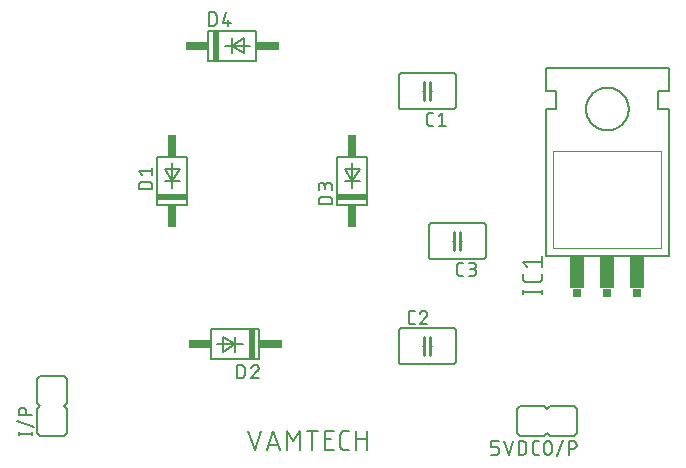
<source format=gbr>
G04 EAGLE Gerber RS-274X export*
G75*
%MOMM*%
%FSLAX34Y34*%
%LPD*%
%INSilkscreen Top*%
%IPPOS*%
%AMOC8*
5,1,8,0,0,1.08239X$1,22.5*%
G01*
%ADD10C,0.152400*%
%ADD11C,0.127000*%
%ADD12C,0.254000*%
%ADD13R,2.540000X0.508000*%
%ADD14R,0.762000X1.905000*%
%ADD15R,0.508000X2.540000*%
%ADD16R,1.905000X0.762000*%
%ADD17C,0.050800*%
%ADD18R,0.762000X0.635000*%
%ADD19R,1.270000X2.794000*%
%ADD20C,0.177800*%


D10*
X254762Y17018D02*
X260181Y762D01*
X265599Y17018D01*
X275812Y17018D02*
X270393Y762D01*
X281231Y762D02*
X275812Y17018D01*
X279876Y4826D02*
X271748Y4826D01*
X287588Y762D02*
X287588Y17018D01*
X293006Y7987D01*
X298425Y17018D01*
X298425Y762D01*
X309159Y762D02*
X309159Y17018D01*
X313674Y17018D02*
X304643Y17018D01*
X319783Y762D02*
X327008Y762D01*
X319783Y762D02*
X319783Y17018D01*
X327008Y17018D01*
X325202Y9793D02*
X319783Y9793D01*
X336352Y762D02*
X339965Y762D01*
X336352Y762D02*
X336234Y764D01*
X336116Y770D01*
X335998Y779D01*
X335881Y793D01*
X335764Y810D01*
X335647Y831D01*
X335532Y856D01*
X335417Y885D01*
X335303Y918D01*
X335191Y954D01*
X335080Y994D01*
X334970Y1037D01*
X334861Y1084D01*
X334754Y1134D01*
X334649Y1189D01*
X334546Y1246D01*
X334445Y1307D01*
X334345Y1371D01*
X334248Y1438D01*
X334153Y1508D01*
X334061Y1582D01*
X333970Y1658D01*
X333883Y1738D01*
X333798Y1820D01*
X333716Y1905D01*
X333636Y1992D01*
X333560Y2083D01*
X333486Y2175D01*
X333416Y2270D01*
X333349Y2367D01*
X333285Y2467D01*
X333224Y2568D01*
X333167Y2671D01*
X333112Y2776D01*
X333062Y2883D01*
X333015Y2992D01*
X332972Y3102D01*
X332932Y3213D01*
X332896Y3325D01*
X332863Y3439D01*
X332834Y3554D01*
X332809Y3669D01*
X332788Y3786D01*
X332771Y3903D01*
X332757Y4020D01*
X332748Y4138D01*
X332742Y4256D01*
X332740Y4374D01*
X332740Y13406D01*
X332742Y13524D01*
X332748Y13642D01*
X332757Y13760D01*
X332771Y13877D01*
X332788Y13994D01*
X332809Y14111D01*
X332834Y14226D01*
X332863Y14341D01*
X332896Y14455D01*
X332932Y14567D01*
X332972Y14678D01*
X333015Y14788D01*
X333062Y14897D01*
X333112Y15004D01*
X333166Y15109D01*
X333224Y15212D01*
X333285Y15313D01*
X333349Y15413D01*
X333416Y15510D01*
X333486Y15605D01*
X333560Y15697D01*
X333636Y15788D01*
X333716Y15875D01*
X333798Y15960D01*
X333883Y16042D01*
X333970Y16122D01*
X334061Y16198D01*
X334153Y16272D01*
X334248Y16342D01*
X334345Y16409D01*
X334445Y16473D01*
X334546Y16534D01*
X334649Y16591D01*
X334754Y16645D01*
X334861Y16696D01*
X334970Y16743D01*
X335080Y16786D01*
X335191Y16826D01*
X335303Y16862D01*
X335417Y16895D01*
X335532Y16924D01*
X335647Y16949D01*
X335764Y16970D01*
X335881Y16987D01*
X335998Y17001D01*
X336116Y17010D01*
X336234Y17016D01*
X336352Y17018D01*
X339965Y17018D01*
X346326Y17018D02*
X346326Y762D01*
X346326Y9793D02*
X355357Y9793D01*
X355357Y17018D02*
X355357Y762D01*
X505460Y12700D02*
X508000Y15240D01*
X510540Y12700D01*
X508000Y35560D02*
X505460Y38100D01*
X508000Y35560D02*
X510540Y38100D01*
X530860Y38100D01*
X533400Y35560D01*
X485140Y38100D02*
X482600Y35560D01*
X485140Y38100D02*
X505460Y38100D01*
X482600Y35560D02*
X482600Y15240D01*
X485140Y12700D01*
X505460Y12700D01*
X510540Y12700D02*
X530860Y12700D01*
X533400Y15240D01*
X533400Y35560D01*
D11*
X464503Y-3175D02*
X460693Y-3175D01*
X464503Y-3175D02*
X464603Y-3173D01*
X464702Y-3167D01*
X464802Y-3157D01*
X464900Y-3144D01*
X464999Y-3126D01*
X465096Y-3105D01*
X465192Y-3080D01*
X465288Y-3051D01*
X465382Y-3018D01*
X465475Y-2982D01*
X465566Y-2942D01*
X465656Y-2898D01*
X465744Y-2851D01*
X465830Y-2801D01*
X465914Y-2747D01*
X465996Y-2690D01*
X466075Y-2630D01*
X466153Y-2566D01*
X466227Y-2500D01*
X466299Y-2431D01*
X466368Y-2359D01*
X466434Y-2285D01*
X466498Y-2207D01*
X466558Y-2128D01*
X466615Y-2046D01*
X466669Y-1962D01*
X466719Y-1876D01*
X466766Y-1788D01*
X466810Y-1698D01*
X466850Y-1607D01*
X466886Y-1514D01*
X466919Y-1420D01*
X466948Y-1324D01*
X466973Y-1228D01*
X466994Y-1131D01*
X467012Y-1032D01*
X467025Y-934D01*
X467035Y-834D01*
X467041Y-735D01*
X467043Y-635D01*
X467043Y635D01*
X467041Y735D01*
X467035Y834D01*
X467025Y934D01*
X467012Y1032D01*
X466994Y1131D01*
X466973Y1228D01*
X466948Y1324D01*
X466919Y1420D01*
X466886Y1514D01*
X466850Y1607D01*
X466810Y1698D01*
X466766Y1788D01*
X466719Y1876D01*
X466669Y1962D01*
X466615Y2046D01*
X466558Y2128D01*
X466498Y2207D01*
X466434Y2285D01*
X466368Y2359D01*
X466299Y2431D01*
X466227Y2500D01*
X466153Y2566D01*
X466075Y2630D01*
X465996Y2690D01*
X465914Y2747D01*
X465830Y2801D01*
X465744Y2851D01*
X465656Y2898D01*
X465566Y2942D01*
X465475Y2982D01*
X465382Y3018D01*
X465288Y3051D01*
X465192Y3080D01*
X465096Y3105D01*
X464999Y3126D01*
X464900Y3144D01*
X464802Y3157D01*
X464702Y3167D01*
X464603Y3173D01*
X464503Y3175D01*
X460693Y3175D01*
X460693Y8255D01*
X467043Y8255D01*
X471488Y8255D02*
X475298Y-3175D01*
X479108Y8255D01*
X483934Y8255D02*
X483934Y-3175D01*
X483934Y8255D02*
X487109Y8255D01*
X487220Y8253D01*
X487330Y8247D01*
X487441Y8238D01*
X487551Y8224D01*
X487660Y8207D01*
X487769Y8186D01*
X487877Y8161D01*
X487984Y8132D01*
X488090Y8100D01*
X488195Y8064D01*
X488298Y8024D01*
X488400Y7981D01*
X488501Y7934D01*
X488600Y7883D01*
X488697Y7830D01*
X488791Y7773D01*
X488884Y7712D01*
X488975Y7649D01*
X489064Y7582D01*
X489150Y7512D01*
X489233Y7439D01*
X489315Y7364D01*
X489393Y7286D01*
X489468Y7204D01*
X489541Y7121D01*
X489611Y7035D01*
X489678Y6946D01*
X489741Y6855D01*
X489802Y6762D01*
X489859Y6668D01*
X489912Y6571D01*
X489963Y6472D01*
X490010Y6371D01*
X490053Y6269D01*
X490093Y6166D01*
X490129Y6061D01*
X490161Y5955D01*
X490190Y5848D01*
X490215Y5740D01*
X490236Y5631D01*
X490253Y5522D01*
X490267Y5412D01*
X490276Y5301D01*
X490282Y5191D01*
X490284Y5080D01*
X490284Y0D01*
X490282Y-111D01*
X490276Y-221D01*
X490267Y-332D01*
X490253Y-442D01*
X490236Y-551D01*
X490215Y-660D01*
X490190Y-768D01*
X490161Y-875D01*
X490129Y-981D01*
X490093Y-1086D01*
X490053Y-1189D01*
X490010Y-1291D01*
X489963Y-1392D01*
X489912Y-1491D01*
X489859Y-1588D01*
X489802Y-1682D01*
X489741Y-1775D01*
X489678Y-1866D01*
X489611Y-1955D01*
X489541Y-2041D01*
X489468Y-2124D01*
X489393Y-2206D01*
X489315Y-2284D01*
X489233Y-2359D01*
X489150Y-2432D01*
X489064Y-2502D01*
X488975Y-2569D01*
X488884Y-2632D01*
X488791Y-2693D01*
X488697Y-2750D01*
X488600Y-2803D01*
X488501Y-2854D01*
X488400Y-2901D01*
X488298Y-2944D01*
X488195Y-2984D01*
X488090Y-3020D01*
X487984Y-3052D01*
X487877Y-3081D01*
X487769Y-3106D01*
X487660Y-3127D01*
X487551Y-3144D01*
X487441Y-3158D01*
X487330Y-3167D01*
X487220Y-3173D01*
X487109Y-3175D01*
X483934Y-3175D01*
X498247Y-3175D02*
X500787Y-3175D01*
X498247Y-3175D02*
X498147Y-3173D01*
X498048Y-3167D01*
X497948Y-3157D01*
X497850Y-3144D01*
X497751Y-3126D01*
X497654Y-3105D01*
X497558Y-3080D01*
X497462Y-3051D01*
X497368Y-3018D01*
X497275Y-2982D01*
X497184Y-2942D01*
X497094Y-2898D01*
X497006Y-2851D01*
X496920Y-2801D01*
X496836Y-2747D01*
X496754Y-2690D01*
X496675Y-2630D01*
X496597Y-2566D01*
X496523Y-2500D01*
X496451Y-2431D01*
X496382Y-2359D01*
X496316Y-2285D01*
X496252Y-2207D01*
X496192Y-2128D01*
X496135Y-2046D01*
X496081Y-1962D01*
X496031Y-1876D01*
X495984Y-1788D01*
X495940Y-1698D01*
X495900Y-1607D01*
X495864Y-1514D01*
X495831Y-1420D01*
X495802Y-1324D01*
X495777Y-1228D01*
X495756Y-1131D01*
X495738Y-1032D01*
X495725Y-934D01*
X495715Y-834D01*
X495709Y-735D01*
X495707Y-635D01*
X495707Y5715D01*
X495709Y5815D01*
X495715Y5914D01*
X495725Y6014D01*
X495738Y6112D01*
X495756Y6211D01*
X495777Y6308D01*
X495802Y6404D01*
X495831Y6500D01*
X495864Y6594D01*
X495900Y6687D01*
X495940Y6778D01*
X495984Y6868D01*
X496031Y6956D01*
X496081Y7042D01*
X496135Y7126D01*
X496192Y7208D01*
X496252Y7287D01*
X496316Y7365D01*
X496382Y7439D01*
X496451Y7511D01*
X496523Y7580D01*
X496597Y7646D01*
X496675Y7710D01*
X496754Y7770D01*
X496836Y7827D01*
X496920Y7881D01*
X497006Y7931D01*
X497094Y7978D01*
X497184Y8022D01*
X497275Y8062D01*
X497368Y8098D01*
X497462Y8131D01*
X497558Y8160D01*
X497654Y8185D01*
X497751Y8206D01*
X497850Y8224D01*
X497948Y8237D01*
X498048Y8247D01*
X498147Y8253D01*
X498247Y8255D01*
X500787Y8255D01*
X505270Y5080D02*
X505270Y0D01*
X505270Y5080D02*
X505272Y5191D01*
X505278Y5301D01*
X505287Y5412D01*
X505301Y5522D01*
X505318Y5631D01*
X505339Y5740D01*
X505364Y5848D01*
X505393Y5955D01*
X505425Y6061D01*
X505461Y6166D01*
X505501Y6269D01*
X505544Y6371D01*
X505591Y6472D01*
X505642Y6571D01*
X505695Y6667D01*
X505752Y6762D01*
X505813Y6855D01*
X505876Y6946D01*
X505943Y7035D01*
X506013Y7121D01*
X506086Y7204D01*
X506161Y7286D01*
X506239Y7364D01*
X506321Y7439D01*
X506404Y7512D01*
X506490Y7582D01*
X506579Y7649D01*
X506670Y7712D01*
X506763Y7773D01*
X506858Y7830D01*
X506954Y7883D01*
X507053Y7934D01*
X507154Y7981D01*
X507256Y8024D01*
X507359Y8064D01*
X507464Y8100D01*
X507570Y8132D01*
X507677Y8161D01*
X507785Y8186D01*
X507894Y8207D01*
X508003Y8224D01*
X508113Y8238D01*
X508224Y8247D01*
X508334Y8253D01*
X508445Y8255D01*
X508556Y8253D01*
X508666Y8247D01*
X508777Y8238D01*
X508887Y8224D01*
X508996Y8207D01*
X509105Y8186D01*
X509213Y8161D01*
X509320Y8132D01*
X509426Y8100D01*
X509531Y8064D01*
X509634Y8024D01*
X509736Y7981D01*
X509837Y7934D01*
X509936Y7883D01*
X510033Y7830D01*
X510127Y7773D01*
X510220Y7712D01*
X510311Y7649D01*
X510400Y7582D01*
X510486Y7512D01*
X510569Y7439D01*
X510651Y7364D01*
X510729Y7286D01*
X510804Y7204D01*
X510877Y7121D01*
X510947Y7035D01*
X511014Y6946D01*
X511077Y6855D01*
X511138Y6762D01*
X511195Y6668D01*
X511248Y6571D01*
X511299Y6472D01*
X511346Y6371D01*
X511389Y6269D01*
X511429Y6166D01*
X511465Y6061D01*
X511497Y5955D01*
X511526Y5848D01*
X511551Y5740D01*
X511572Y5631D01*
X511589Y5522D01*
X511603Y5412D01*
X511612Y5301D01*
X511618Y5191D01*
X511620Y5080D01*
X511620Y0D01*
X511618Y-111D01*
X511612Y-221D01*
X511603Y-332D01*
X511589Y-442D01*
X511572Y-551D01*
X511551Y-660D01*
X511526Y-768D01*
X511497Y-875D01*
X511465Y-981D01*
X511429Y-1086D01*
X511389Y-1189D01*
X511346Y-1291D01*
X511299Y-1392D01*
X511248Y-1491D01*
X511195Y-1588D01*
X511138Y-1682D01*
X511077Y-1775D01*
X511014Y-1866D01*
X510947Y-1955D01*
X510877Y-2041D01*
X510804Y-2124D01*
X510729Y-2206D01*
X510651Y-2284D01*
X510569Y-2359D01*
X510486Y-2432D01*
X510400Y-2502D01*
X510311Y-2569D01*
X510220Y-2632D01*
X510127Y-2693D01*
X510032Y-2750D01*
X509936Y-2803D01*
X509837Y-2854D01*
X509736Y-2901D01*
X509634Y-2944D01*
X509531Y-2984D01*
X509426Y-3020D01*
X509320Y-3052D01*
X509213Y-3081D01*
X509105Y-3106D01*
X508996Y-3127D01*
X508887Y-3144D01*
X508777Y-3158D01*
X508666Y-3167D01*
X508556Y-3173D01*
X508445Y-3175D01*
X508334Y-3173D01*
X508224Y-3167D01*
X508113Y-3158D01*
X508003Y-3144D01*
X507894Y-3127D01*
X507785Y-3106D01*
X507677Y-3081D01*
X507570Y-3052D01*
X507464Y-3020D01*
X507359Y-2984D01*
X507256Y-2944D01*
X507154Y-2901D01*
X507053Y-2854D01*
X506954Y-2803D01*
X506858Y-2750D01*
X506763Y-2693D01*
X506670Y-2632D01*
X506579Y-2569D01*
X506490Y-2502D01*
X506404Y-2432D01*
X506321Y-2359D01*
X506239Y-2284D01*
X506161Y-2206D01*
X506086Y-2124D01*
X506013Y-2041D01*
X505943Y-1955D01*
X505876Y-1866D01*
X505813Y-1775D01*
X505752Y-1682D01*
X505695Y-1588D01*
X505642Y-1491D01*
X505591Y-1392D01*
X505544Y-1291D01*
X505501Y-1189D01*
X505461Y-1086D01*
X505425Y-981D01*
X505393Y-875D01*
X505364Y-768D01*
X505339Y-660D01*
X505318Y-551D01*
X505301Y-442D01*
X505287Y-332D01*
X505278Y-221D01*
X505272Y-111D01*
X505270Y0D01*
X516192Y-4445D02*
X521272Y9525D01*
X526415Y8255D02*
X526415Y-3175D01*
X526415Y8255D02*
X529590Y8255D01*
X529701Y8253D01*
X529811Y8247D01*
X529922Y8238D01*
X530032Y8224D01*
X530141Y8207D01*
X530250Y8186D01*
X530358Y8161D01*
X530465Y8132D01*
X530571Y8100D01*
X530676Y8064D01*
X530779Y8024D01*
X530881Y7981D01*
X530982Y7934D01*
X531081Y7883D01*
X531178Y7830D01*
X531272Y7773D01*
X531365Y7712D01*
X531456Y7649D01*
X531545Y7582D01*
X531631Y7512D01*
X531714Y7439D01*
X531796Y7364D01*
X531874Y7286D01*
X531949Y7204D01*
X532022Y7121D01*
X532092Y7035D01*
X532159Y6946D01*
X532222Y6855D01*
X532283Y6762D01*
X532340Y6667D01*
X532393Y6571D01*
X532444Y6472D01*
X532491Y6371D01*
X532534Y6269D01*
X532574Y6166D01*
X532610Y6061D01*
X532642Y5955D01*
X532671Y5848D01*
X532696Y5740D01*
X532717Y5631D01*
X532734Y5522D01*
X532748Y5412D01*
X532757Y5301D01*
X532763Y5191D01*
X532765Y5080D01*
X532763Y4969D01*
X532757Y4859D01*
X532748Y4748D01*
X532734Y4638D01*
X532717Y4529D01*
X532696Y4420D01*
X532671Y4312D01*
X532642Y4205D01*
X532610Y4099D01*
X532574Y3994D01*
X532534Y3891D01*
X532491Y3789D01*
X532444Y3688D01*
X532393Y3589D01*
X532340Y3492D01*
X532283Y3398D01*
X532222Y3305D01*
X532159Y3214D01*
X532092Y3125D01*
X532022Y3039D01*
X531949Y2956D01*
X531874Y2874D01*
X531796Y2796D01*
X531714Y2721D01*
X531631Y2648D01*
X531545Y2578D01*
X531456Y2511D01*
X531365Y2448D01*
X531272Y2387D01*
X531178Y2330D01*
X531081Y2277D01*
X530982Y2226D01*
X530881Y2179D01*
X530779Y2136D01*
X530676Y2096D01*
X530571Y2060D01*
X530465Y2028D01*
X530358Y1999D01*
X530250Y1974D01*
X530141Y1953D01*
X530032Y1936D01*
X529922Y1922D01*
X529811Y1913D01*
X529701Y1907D01*
X529590Y1905D01*
X526415Y1905D01*
D10*
X427990Y289560D02*
X384810Y289560D01*
X384810Y320040D02*
X427990Y320040D01*
X382270Y317500D02*
X382270Y292100D01*
X430530Y292100D02*
X430530Y317500D01*
X384810Y289560D02*
X384710Y289562D01*
X384611Y289568D01*
X384511Y289578D01*
X384413Y289591D01*
X384314Y289609D01*
X384217Y289630D01*
X384121Y289655D01*
X384025Y289684D01*
X383931Y289717D01*
X383838Y289753D01*
X383747Y289793D01*
X383657Y289837D01*
X383569Y289884D01*
X383483Y289934D01*
X383399Y289988D01*
X383317Y290045D01*
X383238Y290105D01*
X383160Y290169D01*
X383086Y290235D01*
X383014Y290304D01*
X382945Y290376D01*
X382879Y290450D01*
X382815Y290528D01*
X382755Y290607D01*
X382698Y290689D01*
X382644Y290773D01*
X382594Y290859D01*
X382547Y290947D01*
X382503Y291037D01*
X382463Y291128D01*
X382427Y291221D01*
X382394Y291315D01*
X382365Y291411D01*
X382340Y291507D01*
X382319Y291604D01*
X382301Y291703D01*
X382288Y291801D01*
X382278Y291901D01*
X382272Y292000D01*
X382270Y292100D01*
X427990Y289560D02*
X428090Y289562D01*
X428189Y289568D01*
X428289Y289578D01*
X428387Y289591D01*
X428486Y289609D01*
X428583Y289630D01*
X428679Y289655D01*
X428775Y289684D01*
X428869Y289717D01*
X428962Y289753D01*
X429053Y289793D01*
X429143Y289837D01*
X429231Y289884D01*
X429317Y289934D01*
X429401Y289988D01*
X429483Y290045D01*
X429562Y290105D01*
X429640Y290169D01*
X429714Y290235D01*
X429786Y290304D01*
X429855Y290376D01*
X429921Y290450D01*
X429985Y290528D01*
X430045Y290607D01*
X430102Y290689D01*
X430156Y290773D01*
X430206Y290859D01*
X430253Y290947D01*
X430297Y291037D01*
X430337Y291128D01*
X430373Y291221D01*
X430406Y291315D01*
X430435Y291411D01*
X430460Y291507D01*
X430481Y291604D01*
X430499Y291703D01*
X430512Y291801D01*
X430522Y291901D01*
X430528Y292000D01*
X430530Y292100D01*
X384810Y320040D02*
X384710Y320038D01*
X384611Y320032D01*
X384511Y320022D01*
X384413Y320009D01*
X384314Y319991D01*
X384217Y319970D01*
X384121Y319945D01*
X384025Y319916D01*
X383931Y319883D01*
X383838Y319847D01*
X383747Y319807D01*
X383657Y319763D01*
X383569Y319716D01*
X383483Y319666D01*
X383399Y319612D01*
X383317Y319555D01*
X383238Y319495D01*
X383160Y319431D01*
X383086Y319365D01*
X383014Y319296D01*
X382945Y319224D01*
X382879Y319150D01*
X382815Y319072D01*
X382755Y318993D01*
X382698Y318911D01*
X382644Y318827D01*
X382594Y318741D01*
X382547Y318653D01*
X382503Y318563D01*
X382463Y318472D01*
X382427Y318379D01*
X382394Y318285D01*
X382365Y318189D01*
X382340Y318093D01*
X382319Y317996D01*
X382301Y317897D01*
X382288Y317799D01*
X382278Y317699D01*
X382272Y317600D01*
X382270Y317500D01*
X427990Y320040D02*
X428090Y320038D01*
X428189Y320032D01*
X428289Y320022D01*
X428387Y320009D01*
X428486Y319991D01*
X428583Y319970D01*
X428679Y319945D01*
X428775Y319916D01*
X428869Y319883D01*
X428962Y319847D01*
X429053Y319807D01*
X429143Y319763D01*
X429231Y319716D01*
X429317Y319666D01*
X429401Y319612D01*
X429483Y319555D01*
X429562Y319495D01*
X429640Y319431D01*
X429714Y319365D01*
X429786Y319296D01*
X429855Y319224D01*
X429921Y319150D01*
X429985Y319072D01*
X430045Y318993D01*
X430102Y318911D01*
X430156Y318827D01*
X430206Y318741D01*
X430253Y318653D01*
X430297Y318563D01*
X430337Y318472D01*
X430373Y318379D01*
X430406Y318285D01*
X430435Y318189D01*
X430460Y318093D01*
X430481Y317996D01*
X430499Y317897D01*
X430512Y317799D01*
X430522Y317699D01*
X430528Y317600D01*
X430530Y317500D01*
X403860Y304800D02*
X402590Y304800D01*
D12*
X403860Y304800D02*
X403860Y297180D01*
X403860Y304800D02*
X403860Y312420D01*
X408940Y304800D02*
X408940Y297180D01*
X408940Y304800D02*
X408940Y312420D01*
D10*
X408940Y304800D02*
X410210Y304800D01*
D11*
X411443Y274955D02*
X408903Y274955D01*
X408803Y274957D01*
X408704Y274963D01*
X408604Y274973D01*
X408506Y274986D01*
X408407Y275004D01*
X408310Y275025D01*
X408214Y275050D01*
X408118Y275079D01*
X408024Y275112D01*
X407931Y275148D01*
X407840Y275188D01*
X407750Y275232D01*
X407662Y275279D01*
X407576Y275329D01*
X407492Y275383D01*
X407410Y275440D01*
X407331Y275500D01*
X407253Y275564D01*
X407179Y275630D01*
X407107Y275699D01*
X407038Y275771D01*
X406972Y275845D01*
X406908Y275923D01*
X406848Y276002D01*
X406791Y276084D01*
X406737Y276168D01*
X406687Y276254D01*
X406640Y276342D01*
X406596Y276432D01*
X406556Y276523D01*
X406520Y276616D01*
X406487Y276710D01*
X406458Y276806D01*
X406433Y276902D01*
X406412Y276999D01*
X406394Y277098D01*
X406381Y277196D01*
X406371Y277296D01*
X406365Y277395D01*
X406363Y277495D01*
X406363Y283845D01*
X406365Y283945D01*
X406371Y284044D01*
X406381Y284144D01*
X406394Y284242D01*
X406412Y284341D01*
X406433Y284438D01*
X406458Y284534D01*
X406487Y284630D01*
X406520Y284724D01*
X406556Y284817D01*
X406596Y284908D01*
X406640Y284998D01*
X406687Y285086D01*
X406737Y285172D01*
X406791Y285256D01*
X406848Y285338D01*
X406908Y285417D01*
X406972Y285495D01*
X407038Y285569D01*
X407107Y285641D01*
X407179Y285710D01*
X407253Y285776D01*
X407331Y285840D01*
X407410Y285900D01*
X407492Y285957D01*
X407576Y286011D01*
X407662Y286061D01*
X407750Y286108D01*
X407840Y286152D01*
X407931Y286192D01*
X408024Y286228D01*
X408118Y286261D01*
X408214Y286290D01*
X408310Y286315D01*
X408407Y286336D01*
X408506Y286354D01*
X408604Y286367D01*
X408704Y286377D01*
X408803Y286383D01*
X408903Y286385D01*
X411443Y286385D01*
X415925Y283845D02*
X419100Y286385D01*
X419100Y274955D01*
X415925Y274955D02*
X422275Y274955D01*
D10*
X427990Y104140D02*
X384810Y104140D01*
X384810Y73660D02*
X427990Y73660D01*
X430530Y76200D02*
X430530Y101600D01*
X382270Y101600D02*
X382270Y76200D01*
X427990Y104140D02*
X428090Y104138D01*
X428189Y104132D01*
X428289Y104122D01*
X428387Y104109D01*
X428486Y104091D01*
X428583Y104070D01*
X428679Y104045D01*
X428775Y104016D01*
X428869Y103983D01*
X428962Y103947D01*
X429053Y103907D01*
X429143Y103863D01*
X429231Y103816D01*
X429317Y103766D01*
X429401Y103712D01*
X429483Y103655D01*
X429562Y103595D01*
X429640Y103531D01*
X429714Y103465D01*
X429786Y103396D01*
X429855Y103324D01*
X429921Y103250D01*
X429985Y103172D01*
X430045Y103093D01*
X430102Y103011D01*
X430156Y102927D01*
X430206Y102841D01*
X430253Y102753D01*
X430297Y102663D01*
X430337Y102572D01*
X430373Y102479D01*
X430406Y102385D01*
X430435Y102289D01*
X430460Y102193D01*
X430481Y102096D01*
X430499Y101997D01*
X430512Y101899D01*
X430522Y101799D01*
X430528Y101700D01*
X430530Y101600D01*
X384810Y104140D02*
X384710Y104138D01*
X384611Y104132D01*
X384511Y104122D01*
X384413Y104109D01*
X384314Y104091D01*
X384217Y104070D01*
X384121Y104045D01*
X384025Y104016D01*
X383931Y103983D01*
X383838Y103947D01*
X383747Y103907D01*
X383657Y103863D01*
X383569Y103816D01*
X383483Y103766D01*
X383399Y103712D01*
X383317Y103655D01*
X383238Y103595D01*
X383160Y103531D01*
X383086Y103465D01*
X383014Y103396D01*
X382945Y103324D01*
X382879Y103250D01*
X382815Y103172D01*
X382755Y103093D01*
X382698Y103011D01*
X382644Y102927D01*
X382594Y102841D01*
X382547Y102753D01*
X382503Y102663D01*
X382463Y102572D01*
X382427Y102479D01*
X382394Y102385D01*
X382365Y102289D01*
X382340Y102193D01*
X382319Y102096D01*
X382301Y101997D01*
X382288Y101899D01*
X382278Y101799D01*
X382272Y101700D01*
X382270Y101600D01*
X427990Y73660D02*
X428090Y73662D01*
X428189Y73668D01*
X428289Y73678D01*
X428387Y73691D01*
X428486Y73709D01*
X428583Y73730D01*
X428679Y73755D01*
X428775Y73784D01*
X428869Y73817D01*
X428962Y73853D01*
X429053Y73893D01*
X429143Y73937D01*
X429231Y73984D01*
X429317Y74034D01*
X429401Y74088D01*
X429483Y74145D01*
X429562Y74205D01*
X429640Y74269D01*
X429714Y74335D01*
X429786Y74404D01*
X429855Y74476D01*
X429921Y74550D01*
X429985Y74628D01*
X430045Y74707D01*
X430102Y74789D01*
X430156Y74873D01*
X430206Y74959D01*
X430253Y75047D01*
X430297Y75137D01*
X430337Y75228D01*
X430373Y75321D01*
X430406Y75415D01*
X430435Y75511D01*
X430460Y75607D01*
X430481Y75704D01*
X430499Y75803D01*
X430512Y75901D01*
X430522Y76001D01*
X430528Y76100D01*
X430530Y76200D01*
X384810Y73660D02*
X384710Y73662D01*
X384611Y73668D01*
X384511Y73678D01*
X384413Y73691D01*
X384314Y73709D01*
X384217Y73730D01*
X384121Y73755D01*
X384025Y73784D01*
X383931Y73817D01*
X383838Y73853D01*
X383747Y73893D01*
X383657Y73937D01*
X383569Y73984D01*
X383483Y74034D01*
X383399Y74088D01*
X383317Y74145D01*
X383238Y74205D01*
X383160Y74269D01*
X383086Y74335D01*
X383014Y74404D01*
X382945Y74476D01*
X382879Y74550D01*
X382815Y74628D01*
X382755Y74707D01*
X382698Y74789D01*
X382644Y74873D01*
X382594Y74959D01*
X382547Y75047D01*
X382503Y75137D01*
X382463Y75228D01*
X382427Y75321D01*
X382394Y75415D01*
X382365Y75511D01*
X382340Y75607D01*
X382319Y75704D01*
X382301Y75803D01*
X382288Y75901D01*
X382278Y76001D01*
X382272Y76100D01*
X382270Y76200D01*
X408940Y88900D02*
X410210Y88900D01*
D12*
X408940Y88900D02*
X408940Y96520D01*
X408940Y88900D02*
X408940Y81280D01*
X403860Y88900D02*
X403860Y96520D01*
X403860Y88900D02*
X403860Y81280D01*
D10*
X403860Y88900D02*
X402590Y88900D01*
D11*
X395605Y107315D02*
X393065Y107315D01*
X392965Y107317D01*
X392866Y107323D01*
X392766Y107333D01*
X392668Y107346D01*
X392569Y107364D01*
X392472Y107385D01*
X392376Y107410D01*
X392280Y107439D01*
X392186Y107472D01*
X392093Y107508D01*
X392002Y107548D01*
X391912Y107592D01*
X391824Y107639D01*
X391738Y107689D01*
X391654Y107743D01*
X391572Y107800D01*
X391493Y107860D01*
X391415Y107924D01*
X391341Y107990D01*
X391269Y108059D01*
X391200Y108131D01*
X391134Y108205D01*
X391070Y108283D01*
X391010Y108362D01*
X390953Y108444D01*
X390899Y108528D01*
X390849Y108614D01*
X390802Y108702D01*
X390758Y108792D01*
X390718Y108883D01*
X390682Y108976D01*
X390649Y109070D01*
X390620Y109166D01*
X390595Y109262D01*
X390574Y109359D01*
X390556Y109458D01*
X390543Y109556D01*
X390533Y109656D01*
X390527Y109755D01*
X390525Y109855D01*
X390525Y116205D01*
X390527Y116305D01*
X390533Y116404D01*
X390543Y116504D01*
X390556Y116602D01*
X390574Y116701D01*
X390595Y116798D01*
X390620Y116894D01*
X390649Y116990D01*
X390682Y117084D01*
X390718Y117177D01*
X390758Y117268D01*
X390802Y117358D01*
X390849Y117446D01*
X390899Y117532D01*
X390953Y117616D01*
X391010Y117698D01*
X391070Y117777D01*
X391134Y117855D01*
X391200Y117929D01*
X391269Y118001D01*
X391341Y118070D01*
X391415Y118136D01*
X391493Y118200D01*
X391572Y118260D01*
X391654Y118317D01*
X391738Y118371D01*
X391824Y118421D01*
X391912Y118468D01*
X392002Y118512D01*
X392093Y118552D01*
X392186Y118588D01*
X392280Y118621D01*
X392376Y118650D01*
X392472Y118675D01*
X392569Y118696D01*
X392668Y118714D01*
X392766Y118727D01*
X392866Y118737D01*
X392965Y118743D01*
X393065Y118745D01*
X395605Y118745D01*
X403580Y118746D02*
X403684Y118744D01*
X403789Y118738D01*
X403893Y118729D01*
X403996Y118716D01*
X404099Y118698D01*
X404201Y118678D01*
X404303Y118653D01*
X404403Y118625D01*
X404503Y118593D01*
X404601Y118557D01*
X404698Y118518D01*
X404793Y118476D01*
X404887Y118430D01*
X404979Y118380D01*
X405069Y118328D01*
X405157Y118272D01*
X405243Y118212D01*
X405327Y118150D01*
X405408Y118085D01*
X405487Y118017D01*
X405564Y117945D01*
X405637Y117872D01*
X405709Y117795D01*
X405777Y117716D01*
X405842Y117635D01*
X405904Y117551D01*
X405964Y117465D01*
X406020Y117377D01*
X406072Y117287D01*
X406122Y117195D01*
X406168Y117101D01*
X406210Y117006D01*
X406249Y116909D01*
X406285Y116811D01*
X406317Y116711D01*
X406345Y116611D01*
X406370Y116509D01*
X406390Y116407D01*
X406408Y116304D01*
X406421Y116201D01*
X406430Y116097D01*
X406436Y115992D01*
X406438Y115888D01*
X403580Y118745D02*
X403462Y118743D01*
X403343Y118737D01*
X403225Y118728D01*
X403108Y118715D01*
X402991Y118697D01*
X402874Y118677D01*
X402758Y118652D01*
X402643Y118624D01*
X402530Y118591D01*
X402417Y118556D01*
X402305Y118516D01*
X402195Y118474D01*
X402086Y118427D01*
X401978Y118377D01*
X401873Y118324D01*
X401769Y118267D01*
X401667Y118207D01*
X401567Y118144D01*
X401469Y118077D01*
X401373Y118008D01*
X401280Y117935D01*
X401189Y117859D01*
X401100Y117781D01*
X401014Y117699D01*
X400931Y117615D01*
X400850Y117529D01*
X400773Y117439D01*
X400698Y117348D01*
X400626Y117254D01*
X400557Y117157D01*
X400492Y117059D01*
X400429Y116958D01*
X400370Y116855D01*
X400314Y116751D01*
X400262Y116645D01*
X400213Y116537D01*
X400168Y116428D01*
X400126Y116317D01*
X400088Y116205D01*
X405485Y113666D02*
X405561Y113741D01*
X405636Y113820D01*
X405707Y113901D01*
X405776Y113985D01*
X405841Y114071D01*
X405903Y114159D01*
X405963Y114249D01*
X406019Y114341D01*
X406072Y114436D01*
X406121Y114532D01*
X406167Y114630D01*
X406210Y114729D01*
X406249Y114830D01*
X406284Y114932D01*
X406316Y115035D01*
X406344Y115139D01*
X406369Y115244D01*
X406390Y115351D01*
X406407Y115457D01*
X406420Y115564D01*
X406429Y115672D01*
X406435Y115780D01*
X406437Y115888D01*
X405485Y113665D02*
X400087Y107315D01*
X406437Y107315D01*
D10*
X410210Y162560D02*
X453390Y162560D01*
X453390Y193040D02*
X410210Y193040D01*
X407670Y190500D02*
X407670Y165100D01*
X455930Y165100D02*
X455930Y190500D01*
X410210Y162560D02*
X410110Y162562D01*
X410011Y162568D01*
X409911Y162578D01*
X409813Y162591D01*
X409714Y162609D01*
X409617Y162630D01*
X409521Y162655D01*
X409425Y162684D01*
X409331Y162717D01*
X409238Y162753D01*
X409147Y162793D01*
X409057Y162837D01*
X408969Y162884D01*
X408883Y162934D01*
X408799Y162988D01*
X408717Y163045D01*
X408638Y163105D01*
X408560Y163169D01*
X408486Y163235D01*
X408414Y163304D01*
X408345Y163376D01*
X408279Y163450D01*
X408215Y163528D01*
X408155Y163607D01*
X408098Y163689D01*
X408044Y163773D01*
X407994Y163859D01*
X407947Y163947D01*
X407903Y164037D01*
X407863Y164128D01*
X407827Y164221D01*
X407794Y164315D01*
X407765Y164411D01*
X407740Y164507D01*
X407719Y164604D01*
X407701Y164703D01*
X407688Y164801D01*
X407678Y164901D01*
X407672Y165000D01*
X407670Y165100D01*
X453390Y162560D02*
X453490Y162562D01*
X453589Y162568D01*
X453689Y162578D01*
X453787Y162591D01*
X453886Y162609D01*
X453983Y162630D01*
X454079Y162655D01*
X454175Y162684D01*
X454269Y162717D01*
X454362Y162753D01*
X454453Y162793D01*
X454543Y162837D01*
X454631Y162884D01*
X454717Y162934D01*
X454801Y162988D01*
X454883Y163045D01*
X454962Y163105D01*
X455040Y163169D01*
X455114Y163235D01*
X455186Y163304D01*
X455255Y163376D01*
X455321Y163450D01*
X455385Y163528D01*
X455445Y163607D01*
X455502Y163689D01*
X455556Y163773D01*
X455606Y163859D01*
X455653Y163947D01*
X455697Y164037D01*
X455737Y164128D01*
X455773Y164221D01*
X455806Y164315D01*
X455835Y164411D01*
X455860Y164507D01*
X455881Y164604D01*
X455899Y164703D01*
X455912Y164801D01*
X455922Y164901D01*
X455928Y165000D01*
X455930Y165100D01*
X410210Y193040D02*
X410110Y193038D01*
X410011Y193032D01*
X409911Y193022D01*
X409813Y193009D01*
X409714Y192991D01*
X409617Y192970D01*
X409521Y192945D01*
X409425Y192916D01*
X409331Y192883D01*
X409238Y192847D01*
X409147Y192807D01*
X409057Y192763D01*
X408969Y192716D01*
X408883Y192666D01*
X408799Y192612D01*
X408717Y192555D01*
X408638Y192495D01*
X408560Y192431D01*
X408486Y192365D01*
X408414Y192296D01*
X408345Y192224D01*
X408279Y192150D01*
X408215Y192072D01*
X408155Y191993D01*
X408098Y191911D01*
X408044Y191827D01*
X407994Y191741D01*
X407947Y191653D01*
X407903Y191563D01*
X407863Y191472D01*
X407827Y191379D01*
X407794Y191285D01*
X407765Y191189D01*
X407740Y191093D01*
X407719Y190996D01*
X407701Y190897D01*
X407688Y190799D01*
X407678Y190699D01*
X407672Y190600D01*
X407670Y190500D01*
X453390Y193040D02*
X453490Y193038D01*
X453589Y193032D01*
X453689Y193022D01*
X453787Y193009D01*
X453886Y192991D01*
X453983Y192970D01*
X454079Y192945D01*
X454175Y192916D01*
X454269Y192883D01*
X454362Y192847D01*
X454453Y192807D01*
X454543Y192763D01*
X454631Y192716D01*
X454717Y192666D01*
X454801Y192612D01*
X454883Y192555D01*
X454962Y192495D01*
X455040Y192431D01*
X455114Y192365D01*
X455186Y192296D01*
X455255Y192224D01*
X455321Y192150D01*
X455385Y192072D01*
X455445Y191993D01*
X455502Y191911D01*
X455556Y191827D01*
X455606Y191741D01*
X455653Y191653D01*
X455697Y191563D01*
X455737Y191472D01*
X455773Y191379D01*
X455806Y191285D01*
X455835Y191189D01*
X455860Y191093D01*
X455881Y190996D01*
X455899Y190897D01*
X455912Y190799D01*
X455922Y190699D01*
X455928Y190600D01*
X455930Y190500D01*
X429260Y177800D02*
X427990Y177800D01*
D12*
X429260Y177800D02*
X429260Y170180D01*
X429260Y177800D02*
X429260Y185420D01*
X434340Y177800D02*
X434340Y170180D01*
X434340Y177800D02*
X434340Y185420D01*
D10*
X434340Y177800D02*
X435610Y177800D01*
D11*
X436843Y147955D02*
X434303Y147955D01*
X434203Y147957D01*
X434104Y147963D01*
X434004Y147973D01*
X433906Y147986D01*
X433807Y148004D01*
X433710Y148025D01*
X433614Y148050D01*
X433518Y148079D01*
X433424Y148112D01*
X433331Y148148D01*
X433240Y148188D01*
X433150Y148232D01*
X433062Y148279D01*
X432976Y148329D01*
X432892Y148383D01*
X432810Y148440D01*
X432731Y148500D01*
X432653Y148564D01*
X432579Y148630D01*
X432507Y148699D01*
X432438Y148771D01*
X432372Y148845D01*
X432308Y148923D01*
X432248Y149002D01*
X432191Y149084D01*
X432137Y149168D01*
X432087Y149254D01*
X432040Y149342D01*
X431996Y149432D01*
X431956Y149523D01*
X431920Y149616D01*
X431887Y149710D01*
X431858Y149806D01*
X431833Y149902D01*
X431812Y149999D01*
X431794Y150098D01*
X431781Y150196D01*
X431771Y150296D01*
X431765Y150395D01*
X431763Y150495D01*
X431763Y156845D01*
X431765Y156945D01*
X431771Y157044D01*
X431781Y157144D01*
X431794Y157242D01*
X431812Y157341D01*
X431833Y157438D01*
X431858Y157534D01*
X431887Y157630D01*
X431920Y157724D01*
X431956Y157817D01*
X431996Y157908D01*
X432040Y157998D01*
X432087Y158086D01*
X432137Y158172D01*
X432191Y158256D01*
X432248Y158338D01*
X432308Y158417D01*
X432372Y158495D01*
X432438Y158569D01*
X432507Y158641D01*
X432579Y158710D01*
X432653Y158776D01*
X432731Y158840D01*
X432810Y158900D01*
X432892Y158957D01*
X432976Y159011D01*
X433062Y159061D01*
X433150Y159108D01*
X433240Y159152D01*
X433331Y159192D01*
X433424Y159228D01*
X433518Y159261D01*
X433614Y159290D01*
X433710Y159315D01*
X433807Y159336D01*
X433906Y159354D01*
X434004Y159367D01*
X434104Y159377D01*
X434203Y159383D01*
X434303Y159385D01*
X436843Y159385D01*
X441325Y147955D02*
X444500Y147955D01*
X444611Y147957D01*
X444721Y147963D01*
X444832Y147972D01*
X444942Y147986D01*
X445051Y148003D01*
X445160Y148024D01*
X445268Y148049D01*
X445375Y148078D01*
X445481Y148110D01*
X445586Y148146D01*
X445689Y148186D01*
X445791Y148229D01*
X445892Y148276D01*
X445991Y148327D01*
X446088Y148380D01*
X446182Y148437D01*
X446275Y148498D01*
X446366Y148561D01*
X446455Y148628D01*
X446541Y148698D01*
X446624Y148771D01*
X446706Y148846D01*
X446784Y148924D01*
X446859Y149006D01*
X446932Y149089D01*
X447002Y149175D01*
X447069Y149264D01*
X447132Y149355D01*
X447193Y149448D01*
X447250Y149542D01*
X447303Y149639D01*
X447354Y149738D01*
X447401Y149839D01*
X447444Y149941D01*
X447484Y150044D01*
X447520Y150149D01*
X447552Y150255D01*
X447581Y150362D01*
X447606Y150470D01*
X447627Y150579D01*
X447644Y150688D01*
X447658Y150798D01*
X447667Y150909D01*
X447673Y151019D01*
X447675Y151130D01*
X447673Y151241D01*
X447667Y151351D01*
X447658Y151462D01*
X447644Y151572D01*
X447627Y151681D01*
X447606Y151790D01*
X447581Y151898D01*
X447552Y152005D01*
X447520Y152111D01*
X447484Y152216D01*
X447444Y152319D01*
X447401Y152421D01*
X447354Y152522D01*
X447303Y152621D01*
X447250Y152717D01*
X447193Y152812D01*
X447132Y152905D01*
X447069Y152996D01*
X447002Y153085D01*
X446932Y153171D01*
X446859Y153254D01*
X446784Y153336D01*
X446706Y153414D01*
X446624Y153489D01*
X446541Y153562D01*
X446455Y153632D01*
X446366Y153699D01*
X446275Y153762D01*
X446182Y153823D01*
X446088Y153880D01*
X445991Y153933D01*
X445892Y153984D01*
X445791Y154031D01*
X445689Y154074D01*
X445586Y154114D01*
X445481Y154150D01*
X445375Y154182D01*
X445268Y154211D01*
X445160Y154236D01*
X445051Y154257D01*
X444942Y154274D01*
X444832Y154288D01*
X444721Y154297D01*
X444611Y154303D01*
X444500Y154305D01*
X445135Y159385D02*
X441325Y159385D01*
X445135Y159385D02*
X445235Y159383D01*
X445334Y159377D01*
X445434Y159367D01*
X445532Y159354D01*
X445631Y159336D01*
X445728Y159315D01*
X445824Y159290D01*
X445920Y159261D01*
X446014Y159228D01*
X446107Y159192D01*
X446198Y159152D01*
X446288Y159108D01*
X446376Y159061D01*
X446462Y159011D01*
X446546Y158957D01*
X446628Y158900D01*
X446707Y158840D01*
X446785Y158776D01*
X446859Y158710D01*
X446931Y158641D01*
X447000Y158569D01*
X447066Y158495D01*
X447130Y158417D01*
X447190Y158338D01*
X447247Y158256D01*
X447301Y158172D01*
X447351Y158086D01*
X447398Y157998D01*
X447442Y157908D01*
X447482Y157817D01*
X447518Y157724D01*
X447551Y157630D01*
X447580Y157534D01*
X447605Y157438D01*
X447626Y157341D01*
X447644Y157242D01*
X447657Y157144D01*
X447667Y157044D01*
X447673Y156945D01*
X447675Y156845D01*
X447673Y156745D01*
X447667Y156646D01*
X447657Y156546D01*
X447644Y156448D01*
X447626Y156349D01*
X447605Y156252D01*
X447580Y156156D01*
X447551Y156060D01*
X447518Y155966D01*
X447482Y155873D01*
X447442Y155782D01*
X447398Y155692D01*
X447351Y155604D01*
X447301Y155518D01*
X447247Y155434D01*
X447190Y155352D01*
X447130Y155273D01*
X447066Y155195D01*
X447000Y155121D01*
X446931Y155049D01*
X446859Y154980D01*
X446785Y154914D01*
X446707Y154850D01*
X446628Y154790D01*
X446546Y154733D01*
X446462Y154679D01*
X446376Y154629D01*
X446288Y154582D01*
X446198Y154538D01*
X446107Y154498D01*
X446014Y154462D01*
X445920Y154429D01*
X445824Y154400D01*
X445728Y154375D01*
X445631Y154354D01*
X445532Y154336D01*
X445434Y154323D01*
X445334Y154313D01*
X445235Y154307D01*
X445135Y154305D01*
X442595Y154305D01*
D10*
X203200Y208280D02*
X203200Y248920D01*
X177800Y248920D01*
X177800Y208280D01*
X203200Y208280D01*
X190500Y222250D02*
X190500Y228600D01*
X184150Y238760D02*
X196850Y238760D01*
X190500Y228600D01*
X190500Y243840D01*
X184150Y238760D02*
X190500Y228600D01*
X184150Y228600D01*
X190500Y228600D02*
X196850Y228600D01*
D13*
X190500Y214630D03*
D14*
X190500Y258445D03*
X190500Y198755D03*
D11*
X173355Y221615D02*
X161925Y221615D01*
X161925Y224790D01*
X161927Y224901D01*
X161933Y225011D01*
X161942Y225122D01*
X161956Y225232D01*
X161973Y225341D01*
X161994Y225450D01*
X162019Y225558D01*
X162048Y225665D01*
X162080Y225771D01*
X162116Y225876D01*
X162156Y225979D01*
X162199Y226081D01*
X162246Y226182D01*
X162297Y226281D01*
X162350Y226378D01*
X162407Y226472D01*
X162468Y226565D01*
X162531Y226656D01*
X162598Y226745D01*
X162668Y226831D01*
X162741Y226914D01*
X162816Y226996D01*
X162894Y227074D01*
X162976Y227149D01*
X163059Y227222D01*
X163145Y227292D01*
X163234Y227359D01*
X163325Y227422D01*
X163418Y227483D01*
X163513Y227540D01*
X163609Y227593D01*
X163708Y227644D01*
X163809Y227691D01*
X163911Y227734D01*
X164014Y227774D01*
X164119Y227810D01*
X164225Y227842D01*
X164332Y227871D01*
X164440Y227896D01*
X164549Y227917D01*
X164658Y227934D01*
X164768Y227948D01*
X164879Y227957D01*
X164989Y227963D01*
X165100Y227965D01*
X170180Y227965D01*
X170291Y227963D01*
X170401Y227957D01*
X170512Y227948D01*
X170622Y227934D01*
X170731Y227917D01*
X170840Y227896D01*
X170948Y227871D01*
X171055Y227842D01*
X171161Y227810D01*
X171266Y227774D01*
X171369Y227734D01*
X171471Y227691D01*
X171572Y227644D01*
X171671Y227593D01*
X171768Y227540D01*
X171862Y227483D01*
X171955Y227422D01*
X172046Y227359D01*
X172135Y227292D01*
X172221Y227222D01*
X172304Y227149D01*
X172386Y227074D01*
X172464Y226996D01*
X172539Y226914D01*
X172612Y226831D01*
X172682Y226745D01*
X172749Y226656D01*
X172812Y226565D01*
X172873Y226472D01*
X172930Y226378D01*
X172983Y226281D01*
X173034Y226182D01*
X173081Y226081D01*
X173124Y225979D01*
X173164Y225876D01*
X173200Y225771D01*
X173232Y225665D01*
X173261Y225558D01*
X173286Y225450D01*
X173307Y225341D01*
X173324Y225232D01*
X173338Y225122D01*
X173347Y225011D01*
X173353Y224901D01*
X173355Y224790D01*
X173355Y221615D01*
X164465Y233426D02*
X161925Y236601D01*
X173355Y236601D01*
X173355Y233426D02*
X173355Y239776D01*
D10*
X223520Y102870D02*
X264160Y102870D01*
X223520Y102870D02*
X223520Y77470D01*
X264160Y77470D01*
X264160Y102870D01*
X250190Y90170D02*
X243840Y90170D01*
X233680Y83820D02*
X233680Y96520D01*
X243840Y90170D01*
X228600Y90170D01*
X233680Y83820D02*
X243840Y90170D01*
X243840Y83820D01*
X243840Y90170D02*
X243840Y96520D01*
D15*
X257810Y90170D03*
D16*
X213995Y90170D03*
X273685Y90170D03*
D11*
X245364Y73025D02*
X245364Y61595D01*
X245364Y73025D02*
X248539Y73025D01*
X248650Y73023D01*
X248760Y73017D01*
X248871Y73008D01*
X248981Y72994D01*
X249090Y72977D01*
X249199Y72956D01*
X249307Y72931D01*
X249414Y72902D01*
X249520Y72870D01*
X249625Y72834D01*
X249728Y72794D01*
X249830Y72751D01*
X249931Y72704D01*
X250030Y72653D01*
X250127Y72600D01*
X250221Y72543D01*
X250314Y72482D01*
X250405Y72419D01*
X250494Y72352D01*
X250580Y72282D01*
X250663Y72209D01*
X250745Y72134D01*
X250823Y72056D01*
X250898Y71974D01*
X250971Y71891D01*
X251041Y71805D01*
X251108Y71716D01*
X251171Y71625D01*
X251232Y71532D01*
X251289Y71438D01*
X251342Y71341D01*
X251393Y71242D01*
X251440Y71141D01*
X251483Y71039D01*
X251523Y70936D01*
X251559Y70831D01*
X251591Y70725D01*
X251620Y70618D01*
X251645Y70510D01*
X251666Y70401D01*
X251683Y70292D01*
X251697Y70182D01*
X251706Y70071D01*
X251712Y69961D01*
X251714Y69850D01*
X251714Y64770D01*
X251712Y64659D01*
X251706Y64549D01*
X251697Y64438D01*
X251683Y64328D01*
X251666Y64219D01*
X251645Y64110D01*
X251620Y64002D01*
X251591Y63895D01*
X251559Y63789D01*
X251523Y63684D01*
X251483Y63581D01*
X251440Y63479D01*
X251393Y63378D01*
X251342Y63279D01*
X251289Y63182D01*
X251232Y63088D01*
X251171Y62995D01*
X251108Y62904D01*
X251041Y62815D01*
X250971Y62729D01*
X250898Y62646D01*
X250823Y62564D01*
X250745Y62486D01*
X250663Y62411D01*
X250580Y62338D01*
X250494Y62268D01*
X250405Y62201D01*
X250314Y62138D01*
X250221Y62077D01*
X250126Y62020D01*
X250030Y61967D01*
X249931Y61916D01*
X249830Y61869D01*
X249728Y61826D01*
X249625Y61786D01*
X249520Y61750D01*
X249414Y61718D01*
X249307Y61689D01*
X249199Y61664D01*
X249090Y61643D01*
X248981Y61626D01*
X248871Y61612D01*
X248760Y61603D01*
X248650Y61597D01*
X248539Y61595D01*
X245364Y61595D01*
X260668Y73026D02*
X260772Y73024D01*
X260877Y73018D01*
X260981Y73009D01*
X261084Y72996D01*
X261187Y72978D01*
X261289Y72958D01*
X261391Y72933D01*
X261491Y72905D01*
X261591Y72873D01*
X261689Y72837D01*
X261786Y72798D01*
X261881Y72756D01*
X261975Y72710D01*
X262067Y72660D01*
X262157Y72608D01*
X262245Y72552D01*
X262331Y72492D01*
X262415Y72430D01*
X262496Y72365D01*
X262575Y72297D01*
X262652Y72225D01*
X262725Y72152D01*
X262797Y72075D01*
X262865Y71996D01*
X262930Y71915D01*
X262992Y71831D01*
X263052Y71745D01*
X263108Y71657D01*
X263160Y71567D01*
X263210Y71475D01*
X263256Y71381D01*
X263298Y71286D01*
X263337Y71189D01*
X263373Y71091D01*
X263405Y70991D01*
X263433Y70891D01*
X263458Y70789D01*
X263478Y70687D01*
X263496Y70584D01*
X263509Y70481D01*
X263518Y70377D01*
X263524Y70272D01*
X263526Y70168D01*
X260668Y73025D02*
X260550Y73023D01*
X260431Y73017D01*
X260313Y73008D01*
X260196Y72995D01*
X260079Y72977D01*
X259962Y72957D01*
X259846Y72932D01*
X259731Y72904D01*
X259618Y72871D01*
X259505Y72836D01*
X259393Y72796D01*
X259283Y72754D01*
X259174Y72707D01*
X259066Y72657D01*
X258961Y72604D01*
X258857Y72547D01*
X258755Y72487D01*
X258655Y72424D01*
X258557Y72357D01*
X258461Y72288D01*
X258368Y72215D01*
X258277Y72139D01*
X258188Y72061D01*
X258102Y71979D01*
X258019Y71895D01*
X257938Y71809D01*
X257861Y71719D01*
X257786Y71628D01*
X257714Y71534D01*
X257645Y71437D01*
X257580Y71339D01*
X257517Y71238D01*
X257458Y71135D01*
X257402Y71031D01*
X257350Y70925D01*
X257301Y70817D01*
X257256Y70708D01*
X257214Y70597D01*
X257176Y70485D01*
X262573Y67946D02*
X262649Y68021D01*
X262724Y68100D01*
X262795Y68181D01*
X262864Y68265D01*
X262929Y68351D01*
X262991Y68439D01*
X263051Y68529D01*
X263107Y68621D01*
X263160Y68716D01*
X263209Y68812D01*
X263255Y68910D01*
X263298Y69009D01*
X263337Y69110D01*
X263372Y69212D01*
X263404Y69315D01*
X263432Y69419D01*
X263457Y69524D01*
X263478Y69631D01*
X263495Y69737D01*
X263508Y69844D01*
X263517Y69952D01*
X263523Y70060D01*
X263525Y70168D01*
X262573Y67945D02*
X257175Y61595D01*
X263525Y61595D01*
D10*
X355600Y208280D02*
X355600Y248920D01*
X330200Y248920D01*
X330200Y208280D01*
X355600Y208280D01*
X342900Y222250D02*
X342900Y228600D01*
X336550Y238760D02*
X349250Y238760D01*
X342900Y228600D01*
X342900Y243840D01*
X336550Y238760D02*
X342900Y228600D01*
X336550Y228600D01*
X342900Y228600D02*
X349250Y228600D01*
D13*
X342900Y214630D03*
D14*
X342900Y258445D03*
X342900Y198755D03*
D11*
X325755Y208915D02*
X314325Y208915D01*
X314325Y212090D01*
X314327Y212201D01*
X314333Y212311D01*
X314342Y212422D01*
X314356Y212532D01*
X314373Y212641D01*
X314394Y212750D01*
X314419Y212858D01*
X314448Y212965D01*
X314480Y213071D01*
X314516Y213176D01*
X314556Y213279D01*
X314599Y213381D01*
X314646Y213482D01*
X314697Y213581D01*
X314750Y213678D01*
X314807Y213772D01*
X314868Y213865D01*
X314931Y213956D01*
X314998Y214045D01*
X315068Y214131D01*
X315141Y214214D01*
X315216Y214296D01*
X315294Y214374D01*
X315376Y214449D01*
X315459Y214522D01*
X315545Y214592D01*
X315634Y214659D01*
X315725Y214722D01*
X315818Y214783D01*
X315913Y214840D01*
X316009Y214893D01*
X316108Y214944D01*
X316209Y214991D01*
X316311Y215034D01*
X316414Y215074D01*
X316519Y215110D01*
X316625Y215142D01*
X316732Y215171D01*
X316840Y215196D01*
X316949Y215217D01*
X317058Y215234D01*
X317168Y215248D01*
X317279Y215257D01*
X317389Y215263D01*
X317500Y215265D01*
X322580Y215265D01*
X322691Y215263D01*
X322801Y215257D01*
X322912Y215248D01*
X323022Y215234D01*
X323131Y215217D01*
X323240Y215196D01*
X323348Y215171D01*
X323455Y215142D01*
X323561Y215110D01*
X323666Y215074D01*
X323769Y215034D01*
X323871Y214991D01*
X323972Y214944D01*
X324071Y214893D01*
X324168Y214840D01*
X324262Y214783D01*
X324355Y214722D01*
X324446Y214659D01*
X324535Y214592D01*
X324621Y214522D01*
X324704Y214449D01*
X324786Y214374D01*
X324864Y214296D01*
X324939Y214214D01*
X325012Y214131D01*
X325082Y214045D01*
X325149Y213956D01*
X325212Y213865D01*
X325273Y213772D01*
X325330Y213678D01*
X325383Y213581D01*
X325434Y213482D01*
X325481Y213381D01*
X325524Y213279D01*
X325564Y213176D01*
X325600Y213071D01*
X325632Y212965D01*
X325661Y212858D01*
X325686Y212750D01*
X325707Y212641D01*
X325724Y212532D01*
X325738Y212422D01*
X325747Y212311D01*
X325753Y212201D01*
X325755Y212090D01*
X325755Y208915D01*
X325755Y220726D02*
X325755Y223901D01*
X325753Y224012D01*
X325747Y224122D01*
X325738Y224233D01*
X325724Y224343D01*
X325707Y224452D01*
X325686Y224561D01*
X325661Y224669D01*
X325632Y224776D01*
X325600Y224882D01*
X325564Y224987D01*
X325524Y225090D01*
X325481Y225192D01*
X325434Y225293D01*
X325383Y225392D01*
X325330Y225489D01*
X325273Y225583D01*
X325212Y225676D01*
X325149Y225767D01*
X325082Y225856D01*
X325012Y225942D01*
X324939Y226025D01*
X324864Y226107D01*
X324786Y226185D01*
X324704Y226260D01*
X324621Y226333D01*
X324535Y226403D01*
X324446Y226470D01*
X324355Y226533D01*
X324262Y226594D01*
X324168Y226651D01*
X324071Y226704D01*
X323972Y226755D01*
X323871Y226802D01*
X323769Y226845D01*
X323666Y226885D01*
X323561Y226921D01*
X323455Y226953D01*
X323348Y226982D01*
X323240Y227007D01*
X323131Y227028D01*
X323022Y227045D01*
X322912Y227059D01*
X322801Y227068D01*
X322691Y227074D01*
X322580Y227076D01*
X322469Y227074D01*
X322359Y227068D01*
X322248Y227059D01*
X322138Y227045D01*
X322029Y227028D01*
X321920Y227007D01*
X321812Y226982D01*
X321705Y226953D01*
X321599Y226921D01*
X321494Y226885D01*
X321391Y226845D01*
X321289Y226802D01*
X321188Y226755D01*
X321089Y226704D01*
X320993Y226651D01*
X320898Y226594D01*
X320805Y226533D01*
X320714Y226470D01*
X320625Y226403D01*
X320539Y226333D01*
X320456Y226260D01*
X320374Y226185D01*
X320296Y226107D01*
X320221Y226025D01*
X320148Y225942D01*
X320078Y225856D01*
X320011Y225767D01*
X319948Y225676D01*
X319887Y225583D01*
X319830Y225489D01*
X319777Y225392D01*
X319726Y225293D01*
X319679Y225192D01*
X319636Y225090D01*
X319596Y224987D01*
X319560Y224882D01*
X319528Y224776D01*
X319499Y224669D01*
X319474Y224561D01*
X319453Y224452D01*
X319436Y224343D01*
X319422Y224233D01*
X319413Y224122D01*
X319407Y224012D01*
X319405Y223901D01*
X314325Y224536D02*
X314325Y220726D01*
X314325Y224536D02*
X314327Y224636D01*
X314333Y224735D01*
X314343Y224835D01*
X314356Y224933D01*
X314374Y225032D01*
X314395Y225129D01*
X314420Y225225D01*
X314449Y225321D01*
X314482Y225415D01*
X314518Y225508D01*
X314558Y225599D01*
X314602Y225689D01*
X314649Y225777D01*
X314699Y225863D01*
X314753Y225947D01*
X314810Y226029D01*
X314870Y226108D01*
X314934Y226186D01*
X315000Y226260D01*
X315069Y226332D01*
X315141Y226401D01*
X315215Y226467D01*
X315293Y226531D01*
X315372Y226591D01*
X315454Y226648D01*
X315538Y226702D01*
X315624Y226752D01*
X315712Y226799D01*
X315802Y226843D01*
X315893Y226883D01*
X315986Y226919D01*
X316080Y226952D01*
X316176Y226981D01*
X316272Y227006D01*
X316369Y227027D01*
X316468Y227045D01*
X316566Y227058D01*
X316666Y227068D01*
X316765Y227074D01*
X316865Y227076D01*
X316965Y227074D01*
X317064Y227068D01*
X317164Y227058D01*
X317262Y227045D01*
X317361Y227027D01*
X317458Y227006D01*
X317554Y226981D01*
X317650Y226952D01*
X317744Y226919D01*
X317837Y226883D01*
X317928Y226843D01*
X318018Y226799D01*
X318106Y226752D01*
X318192Y226702D01*
X318276Y226648D01*
X318358Y226591D01*
X318437Y226531D01*
X318515Y226467D01*
X318589Y226401D01*
X318661Y226332D01*
X318730Y226260D01*
X318796Y226186D01*
X318860Y226108D01*
X318920Y226029D01*
X318977Y225947D01*
X319031Y225863D01*
X319081Y225777D01*
X319128Y225689D01*
X319172Y225599D01*
X319212Y225508D01*
X319248Y225415D01*
X319281Y225321D01*
X319310Y225225D01*
X319335Y225129D01*
X319356Y225032D01*
X319374Y224933D01*
X319387Y224835D01*
X319397Y224735D01*
X319403Y224636D01*
X319405Y224536D01*
X319405Y221996D01*
D10*
X261620Y330200D02*
X220980Y330200D01*
X261620Y330200D02*
X261620Y355600D01*
X220980Y355600D01*
X220980Y330200D01*
X234950Y342900D02*
X241300Y342900D01*
X251460Y349250D02*
X251460Y336550D01*
X241300Y342900D01*
X256540Y342900D01*
X251460Y349250D02*
X241300Y342900D01*
X241300Y349250D01*
X241300Y342900D02*
X241300Y336550D01*
D15*
X227330Y342900D03*
D16*
X271145Y342900D03*
X211455Y342900D03*
D11*
X221615Y360045D02*
X221615Y371475D01*
X224790Y371475D01*
X224901Y371473D01*
X225011Y371467D01*
X225122Y371458D01*
X225232Y371444D01*
X225341Y371427D01*
X225450Y371406D01*
X225558Y371381D01*
X225665Y371352D01*
X225771Y371320D01*
X225876Y371284D01*
X225979Y371244D01*
X226081Y371201D01*
X226182Y371154D01*
X226281Y371103D01*
X226378Y371050D01*
X226472Y370993D01*
X226565Y370932D01*
X226656Y370869D01*
X226745Y370802D01*
X226831Y370732D01*
X226914Y370659D01*
X226996Y370584D01*
X227074Y370506D01*
X227149Y370424D01*
X227222Y370341D01*
X227292Y370255D01*
X227359Y370166D01*
X227422Y370075D01*
X227483Y369982D01*
X227540Y369888D01*
X227593Y369791D01*
X227644Y369692D01*
X227691Y369591D01*
X227734Y369489D01*
X227774Y369386D01*
X227810Y369281D01*
X227842Y369175D01*
X227871Y369068D01*
X227896Y368960D01*
X227917Y368851D01*
X227934Y368742D01*
X227948Y368632D01*
X227957Y368521D01*
X227963Y368411D01*
X227965Y368300D01*
X227965Y363220D01*
X227963Y363109D01*
X227957Y362999D01*
X227948Y362888D01*
X227934Y362778D01*
X227917Y362669D01*
X227896Y362560D01*
X227871Y362452D01*
X227842Y362345D01*
X227810Y362239D01*
X227774Y362134D01*
X227734Y362031D01*
X227691Y361929D01*
X227644Y361828D01*
X227593Y361729D01*
X227540Y361632D01*
X227483Y361538D01*
X227422Y361445D01*
X227359Y361354D01*
X227292Y361265D01*
X227222Y361179D01*
X227149Y361096D01*
X227074Y361014D01*
X226996Y360936D01*
X226914Y360861D01*
X226831Y360788D01*
X226745Y360718D01*
X226656Y360651D01*
X226565Y360588D01*
X226472Y360527D01*
X226377Y360470D01*
X226281Y360417D01*
X226182Y360366D01*
X226081Y360319D01*
X225979Y360276D01*
X225876Y360236D01*
X225771Y360200D01*
X225665Y360168D01*
X225558Y360139D01*
X225450Y360114D01*
X225341Y360093D01*
X225232Y360076D01*
X225122Y360062D01*
X225011Y360053D01*
X224901Y360047D01*
X224790Y360045D01*
X221615Y360045D01*
X233426Y362585D02*
X235966Y371475D01*
X233426Y362585D02*
X239776Y362585D01*
X237871Y365125D02*
X237871Y360045D01*
D10*
X76200Y40640D02*
X78740Y38100D01*
X76200Y35560D01*
X99060Y38100D02*
X101600Y40640D01*
X99060Y38100D02*
X101600Y35560D01*
X101600Y15240D01*
X99060Y12700D01*
X101600Y60960D02*
X99060Y63500D01*
X101600Y60960D02*
X101600Y40640D01*
X99060Y63500D02*
X78740Y63500D01*
X76200Y60960D01*
X76200Y40640D01*
X76200Y35560D02*
X76200Y15240D01*
X78740Y12700D01*
X99060Y12700D01*
D11*
X71755Y14605D02*
X60325Y14605D01*
X71755Y13335D02*
X71755Y15875D01*
X60325Y15875D02*
X60325Y13335D01*
X59055Y25146D02*
X73025Y20066D01*
X71755Y30290D02*
X60325Y30290D01*
X60325Y33465D01*
X60327Y33576D01*
X60333Y33686D01*
X60342Y33797D01*
X60356Y33907D01*
X60373Y34016D01*
X60394Y34125D01*
X60419Y34233D01*
X60448Y34340D01*
X60480Y34446D01*
X60516Y34551D01*
X60556Y34654D01*
X60599Y34756D01*
X60646Y34857D01*
X60697Y34956D01*
X60750Y35052D01*
X60807Y35147D01*
X60868Y35240D01*
X60931Y35331D01*
X60998Y35420D01*
X61068Y35506D01*
X61141Y35589D01*
X61216Y35671D01*
X61294Y35749D01*
X61376Y35824D01*
X61459Y35897D01*
X61545Y35967D01*
X61634Y36034D01*
X61725Y36097D01*
X61818Y36158D01*
X61912Y36215D01*
X62009Y36268D01*
X62108Y36319D01*
X62209Y36366D01*
X62311Y36409D01*
X62414Y36449D01*
X62519Y36485D01*
X62625Y36517D01*
X62732Y36546D01*
X62840Y36571D01*
X62949Y36592D01*
X63058Y36609D01*
X63168Y36623D01*
X63279Y36632D01*
X63389Y36638D01*
X63500Y36640D01*
X63611Y36638D01*
X63721Y36632D01*
X63832Y36623D01*
X63942Y36609D01*
X64051Y36592D01*
X64160Y36571D01*
X64268Y36546D01*
X64375Y36517D01*
X64481Y36485D01*
X64586Y36449D01*
X64689Y36409D01*
X64791Y36366D01*
X64892Y36319D01*
X64991Y36268D01*
X65088Y36215D01*
X65182Y36158D01*
X65275Y36097D01*
X65366Y36034D01*
X65455Y35967D01*
X65541Y35897D01*
X65624Y35824D01*
X65706Y35749D01*
X65784Y35671D01*
X65859Y35589D01*
X65932Y35506D01*
X66002Y35420D01*
X66069Y35331D01*
X66132Y35240D01*
X66193Y35147D01*
X66250Y35053D01*
X66303Y34956D01*
X66354Y34857D01*
X66401Y34756D01*
X66444Y34654D01*
X66484Y34551D01*
X66520Y34446D01*
X66552Y34340D01*
X66581Y34233D01*
X66606Y34125D01*
X66627Y34016D01*
X66644Y33907D01*
X66658Y33797D01*
X66667Y33686D01*
X66673Y33576D01*
X66675Y33465D01*
X66675Y30290D01*
D10*
X506730Y165100D02*
X610870Y165100D01*
X610870Y323850D02*
X506730Y323850D01*
X610870Y289560D02*
X610870Y165100D01*
X610870Y289560D02*
X601980Y289560D01*
X601980Y304800D01*
X610870Y304800D01*
X610870Y323850D01*
X506730Y289560D02*
X506730Y165100D01*
X506730Y289560D02*
X515620Y289560D01*
X515620Y304800D01*
X506730Y304800D01*
X506730Y323850D01*
D17*
X513080Y171450D02*
X604520Y171450D01*
X604520Y254000D01*
X513080Y254000D01*
X513080Y171450D01*
D10*
X540766Y289560D02*
X540771Y290003D01*
X540788Y290445D01*
X540815Y290887D01*
X540853Y291328D01*
X540902Y291768D01*
X540961Y292206D01*
X541032Y292643D01*
X541113Y293078D01*
X541204Y293511D01*
X541306Y293942D01*
X541419Y294370D01*
X541543Y294795D01*
X541676Y295217D01*
X541820Y295635D01*
X541974Y296050D01*
X542139Y296461D01*
X542313Y296868D01*
X542497Y297271D01*
X542692Y297668D01*
X542895Y298061D01*
X543109Y298449D01*
X543332Y298831D01*
X543564Y299208D01*
X543805Y299579D01*
X544056Y299944D01*
X544315Y300303D01*
X544583Y300655D01*
X544860Y301001D01*
X545144Y301339D01*
X545438Y301671D01*
X545739Y301995D01*
X546048Y302312D01*
X546365Y302621D01*
X546689Y302922D01*
X547021Y303216D01*
X547359Y303500D01*
X547705Y303777D01*
X548057Y304045D01*
X548416Y304304D01*
X548781Y304555D01*
X549152Y304796D01*
X549529Y305028D01*
X549911Y305251D01*
X550299Y305465D01*
X550692Y305668D01*
X551089Y305863D01*
X551492Y306047D01*
X551899Y306221D01*
X552310Y306386D01*
X552725Y306540D01*
X553143Y306684D01*
X553565Y306817D01*
X553990Y306941D01*
X554418Y307054D01*
X554849Y307156D01*
X555282Y307247D01*
X555717Y307328D01*
X556154Y307399D01*
X556592Y307458D01*
X557032Y307507D01*
X557473Y307545D01*
X557915Y307572D01*
X558357Y307589D01*
X558800Y307594D01*
X559243Y307589D01*
X559685Y307572D01*
X560127Y307545D01*
X560568Y307507D01*
X561008Y307458D01*
X561446Y307399D01*
X561883Y307328D01*
X562318Y307247D01*
X562751Y307156D01*
X563182Y307054D01*
X563610Y306941D01*
X564035Y306817D01*
X564457Y306684D01*
X564875Y306540D01*
X565290Y306386D01*
X565701Y306221D01*
X566108Y306047D01*
X566511Y305863D01*
X566908Y305668D01*
X567301Y305465D01*
X567689Y305251D01*
X568071Y305028D01*
X568448Y304796D01*
X568819Y304555D01*
X569184Y304304D01*
X569543Y304045D01*
X569895Y303777D01*
X570241Y303500D01*
X570579Y303216D01*
X570911Y302922D01*
X571235Y302621D01*
X571552Y302312D01*
X571861Y301995D01*
X572162Y301671D01*
X572456Y301339D01*
X572740Y301001D01*
X573017Y300655D01*
X573285Y300303D01*
X573544Y299944D01*
X573795Y299579D01*
X574036Y299208D01*
X574268Y298831D01*
X574491Y298449D01*
X574705Y298061D01*
X574908Y297668D01*
X575103Y297271D01*
X575287Y296868D01*
X575461Y296461D01*
X575626Y296050D01*
X575780Y295635D01*
X575924Y295217D01*
X576057Y294795D01*
X576181Y294370D01*
X576294Y293942D01*
X576396Y293511D01*
X576487Y293078D01*
X576568Y292643D01*
X576639Y292206D01*
X576698Y291768D01*
X576747Y291328D01*
X576785Y290887D01*
X576812Y290445D01*
X576829Y290003D01*
X576834Y289560D01*
X576829Y289117D01*
X576812Y288675D01*
X576785Y288233D01*
X576747Y287792D01*
X576698Y287352D01*
X576639Y286914D01*
X576568Y286477D01*
X576487Y286042D01*
X576396Y285609D01*
X576294Y285178D01*
X576181Y284750D01*
X576057Y284325D01*
X575924Y283903D01*
X575780Y283485D01*
X575626Y283070D01*
X575461Y282659D01*
X575287Y282252D01*
X575103Y281849D01*
X574908Y281452D01*
X574705Y281059D01*
X574491Y280671D01*
X574268Y280289D01*
X574036Y279912D01*
X573795Y279541D01*
X573544Y279176D01*
X573285Y278817D01*
X573017Y278465D01*
X572740Y278119D01*
X572456Y277781D01*
X572162Y277449D01*
X571861Y277125D01*
X571552Y276808D01*
X571235Y276499D01*
X570911Y276198D01*
X570579Y275904D01*
X570241Y275620D01*
X569895Y275343D01*
X569543Y275075D01*
X569184Y274816D01*
X568819Y274565D01*
X568448Y274324D01*
X568071Y274092D01*
X567689Y273869D01*
X567301Y273655D01*
X566908Y273452D01*
X566511Y273257D01*
X566108Y273073D01*
X565701Y272899D01*
X565290Y272734D01*
X564875Y272580D01*
X564457Y272436D01*
X564035Y272303D01*
X563610Y272179D01*
X563182Y272066D01*
X562751Y271964D01*
X562318Y271873D01*
X561883Y271792D01*
X561446Y271721D01*
X561008Y271662D01*
X560568Y271613D01*
X560127Y271575D01*
X559685Y271548D01*
X559243Y271531D01*
X558800Y271526D01*
X558357Y271531D01*
X557915Y271548D01*
X557473Y271575D01*
X557032Y271613D01*
X556592Y271662D01*
X556154Y271721D01*
X555717Y271792D01*
X555282Y271873D01*
X554849Y271964D01*
X554418Y272066D01*
X553990Y272179D01*
X553565Y272303D01*
X553143Y272436D01*
X552725Y272580D01*
X552310Y272734D01*
X551899Y272899D01*
X551492Y273073D01*
X551089Y273257D01*
X550692Y273452D01*
X550299Y273655D01*
X549911Y273869D01*
X549529Y274092D01*
X549152Y274324D01*
X548781Y274565D01*
X548416Y274816D01*
X548057Y275075D01*
X547705Y275343D01*
X547359Y275620D01*
X547021Y275904D01*
X546689Y276198D01*
X546365Y276499D01*
X546048Y276808D01*
X545739Y277125D01*
X545438Y277449D01*
X545144Y277781D01*
X544860Y278119D01*
X544583Y278465D01*
X544315Y278817D01*
X544056Y279176D01*
X543805Y279541D01*
X543564Y279912D01*
X543332Y280289D01*
X543109Y280671D01*
X542895Y281059D01*
X542692Y281452D01*
X542497Y281849D01*
X542313Y282252D01*
X542139Y282659D01*
X541974Y283070D01*
X541820Y283485D01*
X541676Y283903D01*
X541543Y284325D01*
X541419Y284750D01*
X541306Y285178D01*
X541204Y285609D01*
X541113Y286042D01*
X541032Y286477D01*
X540961Y286914D01*
X540902Y287352D01*
X540853Y287792D01*
X540815Y288233D01*
X540788Y288675D01*
X540771Y289117D01*
X540766Y289560D01*
D18*
X584200Y133985D03*
X558800Y133985D03*
X533400Y133985D03*
D19*
X533400Y151130D03*
X558800Y151130D03*
X584200Y151130D03*
D20*
X503301Y134747D02*
X487299Y134747D01*
X503301Y132969D02*
X503301Y136525D01*
X487299Y136525D02*
X487299Y132969D01*
X503301Y146319D02*
X503301Y149875D01*
X503301Y146319D02*
X503299Y146203D01*
X503293Y146086D01*
X503284Y145970D01*
X503271Y145855D01*
X503254Y145740D01*
X503233Y145625D01*
X503208Y145512D01*
X503180Y145399D01*
X503148Y145287D01*
X503112Y145176D01*
X503073Y145066D01*
X503030Y144958D01*
X502984Y144851D01*
X502934Y144746D01*
X502881Y144643D01*
X502825Y144541D01*
X502765Y144441D01*
X502702Y144343D01*
X502635Y144248D01*
X502566Y144154D01*
X502494Y144063D01*
X502419Y143974D01*
X502340Y143888D01*
X502259Y143805D01*
X502176Y143724D01*
X502090Y143645D01*
X502001Y143570D01*
X501910Y143498D01*
X501816Y143429D01*
X501721Y143362D01*
X501623Y143299D01*
X501523Y143239D01*
X501421Y143183D01*
X501318Y143130D01*
X501213Y143080D01*
X501106Y143034D01*
X500998Y142991D01*
X500888Y142952D01*
X500777Y142916D01*
X500665Y142884D01*
X500552Y142856D01*
X500439Y142831D01*
X500324Y142810D01*
X500209Y142793D01*
X500094Y142780D01*
X499978Y142771D01*
X499861Y142765D01*
X499745Y142763D01*
X490855Y142763D01*
X490739Y142765D01*
X490622Y142771D01*
X490506Y142780D01*
X490391Y142793D01*
X490276Y142810D01*
X490161Y142831D01*
X490048Y142856D01*
X489935Y142884D01*
X489823Y142916D01*
X489712Y142952D01*
X489602Y142991D01*
X489494Y143034D01*
X489387Y143080D01*
X489282Y143130D01*
X489179Y143183D01*
X489077Y143239D01*
X488977Y143299D01*
X488879Y143362D01*
X488784Y143429D01*
X488690Y143498D01*
X488599Y143570D01*
X488510Y143645D01*
X488424Y143724D01*
X488341Y143805D01*
X488260Y143888D01*
X488181Y143974D01*
X488106Y144063D01*
X488034Y144154D01*
X487965Y144248D01*
X487898Y144343D01*
X487835Y144441D01*
X487775Y144541D01*
X487719Y144643D01*
X487666Y144746D01*
X487616Y144851D01*
X487570Y144958D01*
X487527Y145066D01*
X487488Y145176D01*
X487452Y145287D01*
X487420Y145399D01*
X487392Y145512D01*
X487367Y145625D01*
X487346Y145740D01*
X487329Y145855D01*
X487316Y145970D01*
X487307Y146086D01*
X487301Y146203D01*
X487299Y146319D01*
X487299Y149875D01*
X490855Y155833D02*
X487299Y160278D01*
X503301Y160278D01*
X503301Y155833D02*
X503301Y164723D01*
M02*

</source>
